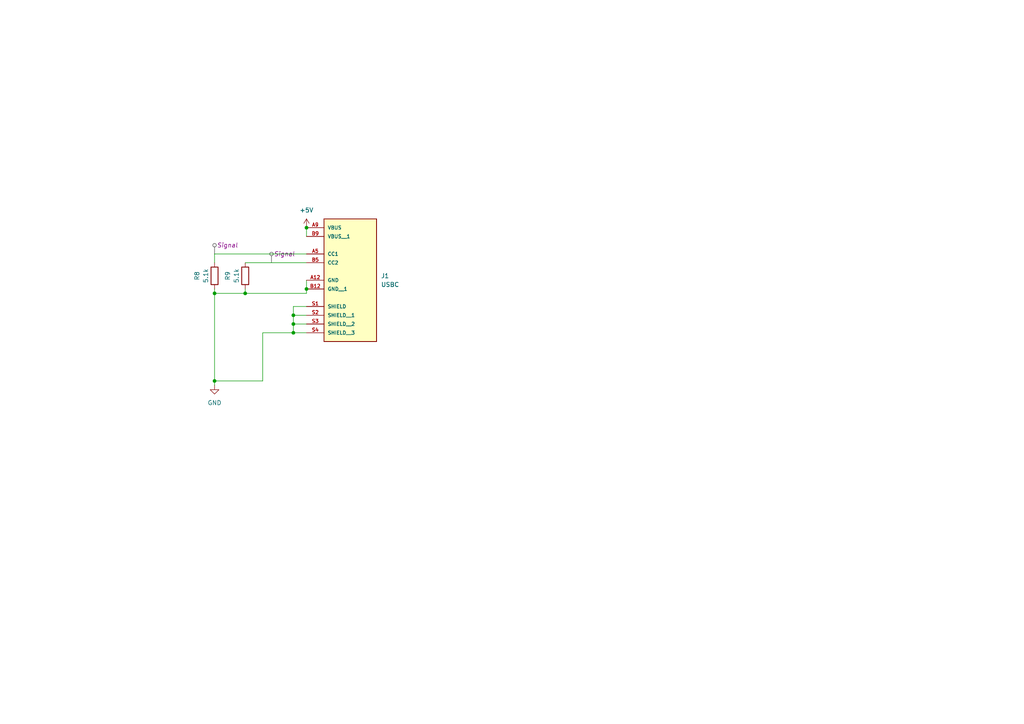
<source format=kicad_sch>
(kicad_sch (version 20230121) (generator eeschema)
  (paper "A4")
  (lib_symbols
    (symbol "Device:R" (pin_numbers hide) (pin_names (offset 0))
      (property "Reference" "R" (at 2.032 0 90))
      (property "Value" "R" (at 0 0 90))
      (symbol "R_0_1"
        (rectangle (start -1.016 -2.54) (end 1.016 2.54) (stroke (width 0.254)))
      )
      (symbol "R_1_1"
        (pin passive line (at 0 3.81 270) (length 1.27) (name "~") (number "1"))
        (pin passive line (at 0 -3.81 90) (length 1.27) (name "~") (number "2"))
      )
    )
    (symbol "USB4125-GF-A_REVA2:USB4125-GF-A_REVA2" (pin_names (offset 1.016))
      (property "Reference" "J" (at -7.62 10.922 0))
      (property "Value" "USB4125-GF-A_REVA2" (at -7.62 -26.162 0))
      (symbol "USB4125-GF-A_REVA2_0_0"
        (rectangle (start -7.62 -25.4) (end 7.62 10.16) (stroke (width 0.254)) (fill (type background)))
        (pin power_in line (at -12.7 -7.62 0) (length 5.08) (name "GND") (number "A12"))
        (pin bidirectional line (at -12.7 0 0) (length 5.08) (name "CC1") (number "A5"))
        (pin power_in line (at -12.7 7.62 0) (length 5.08) (name "VBUS") (number "A9"))
        (pin power_in line (at -12.7 -10.16 0) (length 5.08) (name "GND__1") (number "B12"))
        (pin bidirectional line (at -12.7 -2.54 0) (length 5.08) (name "CC2") (number "B5"))
        (pin power_in line (at -12.7 5.08 0) (length 5.08) (name "VBUS__1") (number "B9"))
        (pin passive line (at -12.7 -15.24 0) (length 5.08) (name "SHIELD") (number "S1"))
        (pin passive line (at -12.7 -17.78 0) (length 5.08) (name "SHIELD__1") (number "S2"))
        (pin passive line (at -12.7 -20.32 0) (length 5.08) (name "SHIELD__2") (number "S3"))
        (pin passive line (at -12.7 -22.86 0) (length 5.08) (name "SHIELD__3") (number "S4"))
      )
    )
    (symbol "power:+5V" (power) (pin_names (offset 0))
      (property "Value" "+5V" (at 0 3.556 0))
      (symbol "+5V_0_1"
        (polyline (pts (xy -0.762 1.27) (xy 0 2.54)))
        (polyline (pts (xy 0 0) (xy 0 2.54)))
        (polyline (pts (xy 0 2.54) (xy 0.762 1.27)))
      )
      (symbol "+5V_1_1"
        (pin power_in line (at 0 0 90) (length 0) hide (name "+5V") (number "1"))
      )
    )
    (symbol "power:GND" (power) (pin_names (offset 0))
      (property "Value" "GND" (at 0 -3.81 0))
      (symbol "GND_0_1"
        (polyline (pts (xy 0 0) (xy 0 -1.27) (xy 1.27 -1.27) (xy 0 -2.54) (xy -1.27 -1.27) (xy 0 -1.27)))
      )
      (symbol "GND_1_1"
        (pin power_in line (at 0 0 270) (length 0) hide (name "GND") (number "1"))
      )
    )
  )
  (junction (at 85.09 91.44))
  (junction (at 62.23 110.49))
  (junction (at 71.12 85.09))
  (junction (at 88.9 66.04))
  (junction (at 85.09 96.52))
  (junction (at 88.9 83.82))
  (junction (at 62.23 85.09))
  (junction (at 85.09 93.98))
  (wire (pts (xy 71.12 85.09) (xy 88.9 85.09)))
  (wire (pts (xy 62.23 73.66) (xy 88.9 73.66)))
  (wire (pts (xy 76.2 96.52) (xy 76.2 110.49)))
  (wire (pts (xy 62.23 73.66) (xy 62.23 76.2)))
  (wire (pts (xy 62.23 85.09) (xy 71.12 85.09)))
  (wire (pts (xy 88.9 93.98) (xy 85.09 93.98)))
  (wire (pts (xy 62.23 111.76) (xy 62.23 110.49)))
  (wire (pts (xy 71.12 76.2) (xy 88.9 76.2)))
  (wire (pts (xy 62.23 83.82) (xy 62.23 85.09)))
  (wire (pts (xy 71.12 83.82) (xy 71.12 85.09)))
  (wire (pts (xy 85.09 88.9) (xy 85.09 91.44)))
  (wire (pts (xy 62.23 85.09) (xy 62.23 110.49)))
  (wire (pts (xy 62.23 110.49) (xy 76.2 110.49)))
  (wire (pts (xy 88.9 96.52) (xy 85.09 96.52)))
  (wire (pts (xy 88.9 66.04) (xy 88.9 68.58)))
  (wire (pts (xy 76.2 96.52) (xy 85.09 96.52)))
  (wire (pts (xy 88.9 81.28) (xy 88.9 83.82)))
  (wire (pts (xy 85.09 93.98) (xy 85.09 96.52)))
  (wire (pts (xy 88.9 91.44) (xy 85.09 91.44)))
  (wire (pts (xy 88.9 85.09) (xy 88.9 83.82)))
  (wire (pts (xy 88.9 88.9) (xy 85.09 88.9)))
  (wire (pts (xy 85.09 91.44) (xy 85.09 93.98)))
  (netclass_flag "" (length 2.54) (shape round) (at 78.74 76.2 0) (property "Netclass" "Signal" (at 79.4385 73.66 0) (effects (font italic) (justify left))))
  (netclass_flag "" (length 2.54) (shape round) (at 62.23 73.66 0) (property "Netclass" "Signal" (at 62.9285 71.12 0) (effects (font italic) (justify left))))
  (symbol (lib_id "Device:R") (at 71.12 80.01 180) (unit 1)
    (property "Reference" "R9" (at 66.04 80.01 90))
    (property "Value" "5.1k" (at 68.58 80.01 90))
    (property "Footprint" "Resistor_SMD:R_0402_1005Metric_Pad0.72x0.64mm_HandSolder" (effects hide))
    (property "Part" "RC0402FR-135K1L" (effects hide))
    (property "LCSC Part #" "C25905" (effects hide))
    (instances (project "BLE_REMOTE" (path "" (reference "R9") (unit 1)) (path "" (reference "R26") (unit 1))))
  )
  (symbol (lib_id "USB4125-GF-A_REVA2:USB4125-GF-A_REVA2") (at 101.6 73.66 0) (unit 1)
    (property "Reference" "J1" (at 110.49 80.01 0) (effects (justify left)))
    (property "Value" "USBC" (at 110.49 82.55 0) (effects (justify left)))
    (property "Footprint" "_Parts:GCT_USB4125-GF-A_REVA2" (effects hide))
    (property "Datasheet" "https://www.digikey.ca/en/products/detail/gct/USB4125-GF-A/13547388" (effects hide))
    (property "PARTREV" "Rev A2" (effects hide))
    (property "MANUFACTURER" "GCT" (effects hide))
    (property "MAXIMUM_PACKAGE_HEIGHT" "3.16 mm" (effects hide))
    (property "STANDARD" "Manufacturer Recommendations" (effects hide))
    (property "Part" "USB4125-GF-A" (effects hide))
    (instances (project "BLE_REMOTE" (path "" (reference "J1") (unit 1)) (path "" (reference "J3") (unit 1)) (path "" (reference "J8") (unit 1))))
  )
  (symbol (lib_id "power:+5V") (at 88.9 66.04 0) (unit 1)
    (property "Reference" "#PWR026" (effects hide))
    (property "Value" "+5V" (at 88.9 60.96 0))
    (instances (project "BLE_REMOTE" (path "" (reference "#PWR026") (unit 1)) (path "" (reference "#PWR016") (unit 1)) (path "" (reference "#PWR040") (unit 1))))
  )
  (symbol (lib_id "power:GND") (at 62.23 111.76 0) (unit 1)
    (property "Reference" "#PWR027" (effects hide))
    (property "Value" "GND" (at 62.23 116.84 0))
    (instances (project "BLE_REMOTE" (path "" (reference "#PWR027") (unit 1)) (path "" (reference "#PWR017") (unit 1)) (path "" (reference "#PWR041") (unit 1))))
  )
  (symbol (lib_id "Device:R") (at 62.23 80.01 180) (unit 1)
    (property "Reference" "R8" (at 57.15 80.01 90))
    (property "Value" "5.1k" (at 59.69 80.01 90))
    (property "Footprint" "Resistor_SMD:R_0402_1005Metric_Pad0.72x0.64mm_HandSolder" (effects hide))
    (property "Part" "RC0402FR-135K1L" (effects hide))
    (property "LCSC Part #" "C25905" (effects hide))
    (instances (project "BLE_REMOTE" (path "" (reference "R8") (unit 1)) (path "" (reference "R25") (unit 1))))
  )
)
</source>
